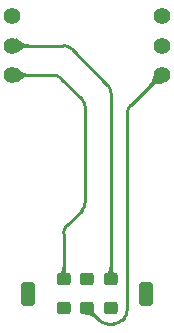
<source format=gbr>
G04 #@! TF.GenerationSoftware,KiCad,Pcbnew,(6.0.6-0)*
G04 #@! TF.CreationDate,2022-11-05T02:26:20-04:00*
G04 #@! TF.ProjectId,Twins Switch PCB,5477696e-7320-4537-9769-746368205043,1*
G04 #@! TF.SameCoordinates,Original*
G04 #@! TF.FileFunction,Copper,L1,Top*
G04 #@! TF.FilePolarity,Positive*
%FSLAX46Y46*%
G04 Gerber Fmt 4.6, Leading zero omitted, Abs format (unit mm)*
G04 Created by KiCad (PCBNEW (6.0.6-0)) date 2022-11-05 02:26:20*
%MOMM*%
%LPD*%
G01*
G04 APERTURE LIST*
G04 Aperture macros list*
%AMRoundRect*
0 Rectangle with rounded corners*
0 $1 Rounding radius*
0 $2 $3 $4 $5 $6 $7 $8 $9 X,Y pos of 4 corners*
0 Add a 4 corners polygon primitive as box body*
4,1,4,$2,$3,$4,$5,$6,$7,$8,$9,$2,$3,0*
0 Add four circle primitives for the rounded corners*
1,1,$1+$1,$2,$3*
1,1,$1+$1,$4,$5*
1,1,$1+$1,$6,$7*
1,1,$1+$1,$8,$9*
0 Add four rect primitives between the rounded corners*
20,1,$1+$1,$2,$3,$4,$5,0*
20,1,$1+$1,$4,$5,$6,$7,0*
20,1,$1+$1,$6,$7,$8,$9,0*
20,1,$1+$1,$8,$9,$2,$3,0*%
G04 Aperture macros list end*
G04 #@! TA.AperFunction,ComponentPad*
%ADD10C,1.400000*%
G04 #@! TD*
G04 #@! TA.AperFunction,ComponentPad*
%ADD11RoundRect,0.262500X0.337500X0.262500X-0.337500X0.262500X-0.337500X-0.262500X0.337500X-0.262500X0*%
G04 #@! TD*
G04 #@! TA.AperFunction,ComponentPad*
%ADD12RoundRect,0.312500X-0.312500X-0.687500X0.312500X-0.687500X0.312500X0.687500X-0.312500X0.687500X0*%
G04 #@! TD*
G04 #@! TA.AperFunction,Conductor*
%ADD13C,0.250000*%
G04 #@! TD*
G04 APERTURE END LIST*
D10*
X133990000Y-97630000D03*
X146670000Y-92630000D03*
X133990000Y-95130000D03*
X146670000Y-95130000D03*
X146670000Y-97630000D03*
X133990000Y-92630000D03*
D11*
X142320000Y-114890000D03*
X140320000Y-114890000D03*
X138320000Y-114890000D03*
X142320000Y-117390000D03*
X140320000Y-117390000D03*
X138320000Y-117390000D03*
D12*
X145320000Y-116140000D03*
X135320000Y-116140000D03*
D13*
X137415786Y-97630000D02*
X134125569Y-97630000D01*
X139857107Y-99657107D02*
X138122893Y-97922893D01*
X138320000Y-114890000D02*
X138320000Y-111054214D01*
X140150000Y-108395786D02*
X140150000Y-100364214D01*
X138612893Y-110347107D02*
X139857107Y-109102893D01*
X139857114Y-109102900D02*
G75*
G03*
X140150000Y-108395786I-707114J707100D01*
G01*
X138612886Y-110347100D02*
G75*
G03*
X138320000Y-111054214I707114J-707100D01*
G01*
X140149990Y-100364214D02*
G75*
G03*
X139857107Y-99657107I-999990J14D01*
G01*
X137415786Y-97630010D02*
G75*
G02*
X138122893Y-97922893I14J-999990D01*
G01*
X138305786Y-95130000D02*
X134125385Y-95130000D01*
X142320000Y-114890000D02*
X142320000Y-99144214D01*
X142027107Y-98437107D02*
X139012893Y-95422893D01*
X138305786Y-95130010D02*
G75*
G02*
X139012893Y-95422893I14J-999990D01*
G01*
X142319990Y-99144214D02*
G75*
G03*
X142027107Y-98437107I-999990J14D01*
G01*
X143710000Y-117535786D02*
X143710000Y-100894214D01*
X146535000Y-97655000D02*
X146535000Y-97630000D01*
X144002893Y-100187107D02*
X146535000Y-97655000D01*
X142014214Y-118670000D02*
X142575786Y-118670000D01*
X140320000Y-117390000D02*
X141307107Y-118377107D01*
X143282893Y-118377107D02*
X143417107Y-118242893D01*
X142014214Y-118669990D02*
G75*
G02*
X141307107Y-118377107I-14J999990D01*
G01*
X144002886Y-100187100D02*
G75*
G03*
X143710000Y-100894214I707114J-707100D01*
G01*
X142575786Y-118669990D02*
G75*
G03*
X143282893Y-118377107I14J999990D01*
G01*
X143709990Y-117535786D02*
G75*
G02*
X143417107Y-118242893I-999990J-14D01*
G01*
G04 #@! TA.AperFunction,Conductor*
G36*
X134302632Y-97004047D02*
G01*
X134425448Y-97070230D01*
X134426274Y-97070720D01*
X134534899Y-97141317D01*
X134535486Y-97141724D01*
X134629323Y-97211208D01*
X134629554Y-97211384D01*
X134714818Y-97277857D01*
X134714876Y-97277901D01*
X134722128Y-97283282D01*
X134797769Y-97339409D01*
X134797951Y-97339524D01*
X134797959Y-97339529D01*
X134873017Y-97386762D01*
X134884496Y-97393986D01*
X134981334Y-97439722D01*
X134981729Y-97439844D01*
X134981734Y-97439846D01*
X135094109Y-97474580D01*
X135094589Y-97474728D01*
X135094978Y-97474792D01*
X135094982Y-97474793D01*
X135230242Y-97497064D01*
X135230245Y-97497064D01*
X135230565Y-97497117D01*
X135230889Y-97497132D01*
X135230894Y-97497133D01*
X135384427Y-97504468D01*
X135392528Y-97508286D01*
X135395569Y-97516155D01*
X135395569Y-97743845D01*
X135392142Y-97752118D01*
X135384427Y-97755532D01*
X135230894Y-97762866D01*
X135230889Y-97762867D01*
X135230565Y-97762882D01*
X135230245Y-97762935D01*
X135230242Y-97762935D01*
X135094982Y-97785206D01*
X135094978Y-97785207D01*
X135094589Y-97785271D01*
X135094204Y-97785390D01*
X134981734Y-97820153D01*
X134981729Y-97820155D01*
X134981334Y-97820277D01*
X134884496Y-97866013D01*
X134884190Y-97866205D01*
X134884191Y-97866205D01*
X134797959Y-97920470D01*
X134797951Y-97920475D01*
X134797769Y-97920590D01*
X134797592Y-97920721D01*
X134797591Y-97920722D01*
X134714876Y-97982098D01*
X134714818Y-97982142D01*
X134629554Y-98048615D01*
X134629323Y-98048791D01*
X134535486Y-98118275D01*
X134534899Y-98118682D01*
X134426274Y-98189279D01*
X134425448Y-98189769D01*
X134302632Y-98255953D01*
X134293724Y-98256861D01*
X134288972Y-98254086D01*
X134222091Y-98189769D01*
X134005185Y-97981181D01*
X134001595Y-97972749D01*
X134001544Y-97287302D01*
X134005134Y-97278868D01*
X134221855Y-97070457D01*
X134288972Y-97005914D01*
X134297311Y-97002649D01*
X134302632Y-97004047D01*
G37*
G04 #@! TD.AperFunction*
G04 #@! TA.AperFunction,Conductor*
G36*
X138442064Y-113848427D02*
G01*
X138445480Y-113856198D01*
X138450195Y-113966266D01*
X138465016Y-114066904D01*
X138488316Y-114151344D01*
X138518948Y-114224018D01*
X138555766Y-114289358D01*
X138597623Y-114351795D01*
X138643371Y-114415763D01*
X138691707Y-114485463D01*
X138691999Y-114485905D01*
X138741740Y-114565665D01*
X138742145Y-114566367D01*
X138788523Y-114653671D01*
X138789377Y-114662585D01*
X138786624Y-114667268D01*
X138328433Y-115143731D01*
X138320229Y-115147319D01*
X138311567Y-115143731D01*
X137853377Y-114667269D01*
X137850112Y-114658931D01*
X137851477Y-114653671D01*
X137897855Y-114566367D01*
X137898260Y-114565665D01*
X137923867Y-114524603D01*
X137948000Y-114485905D01*
X137948292Y-114485463D01*
X137996628Y-114415763D01*
X138042376Y-114351795D01*
X138084233Y-114289358D01*
X138121051Y-114224018D01*
X138151683Y-114151344D01*
X138174983Y-114066904D01*
X138189804Y-113966266D01*
X138194520Y-113856199D01*
X138198298Y-113848080D01*
X138206209Y-113845000D01*
X138433791Y-113845000D01*
X138442064Y-113848427D01*
G37*
G04 #@! TD.AperFunction*
G04 #@! TA.AperFunction,Conductor*
G36*
X134302632Y-94504047D02*
G01*
X134425429Y-94570222D01*
X134426255Y-94570712D01*
X134534872Y-94641311D01*
X134535459Y-94641719D01*
X134629224Y-94711159D01*
X134629450Y-94711329D01*
X134714779Y-94777866D01*
X134797683Y-94839397D01*
X134884394Y-94893977D01*
X134884709Y-94894126D01*
X134884713Y-94894128D01*
X134931431Y-94916198D01*
X134981214Y-94939716D01*
X135094450Y-94974725D01*
X135094851Y-94974791D01*
X135094855Y-94974792D01*
X135230070Y-94997061D01*
X135230073Y-94997061D01*
X135230405Y-94997116D01*
X135230735Y-94997132D01*
X135230737Y-94997132D01*
X135384244Y-95004468D01*
X135392344Y-95008286D01*
X135395385Y-95016155D01*
X135395385Y-95243845D01*
X135391958Y-95252118D01*
X135384243Y-95255532D01*
X135230737Y-95262867D01*
X135230735Y-95262867D01*
X135230405Y-95262883D01*
X135230073Y-95262938D01*
X135230070Y-95262938D01*
X135094855Y-95285207D01*
X135094851Y-95285208D01*
X135094450Y-95285274D01*
X134981214Y-95320283D01*
X134931431Y-95343801D01*
X134884713Y-95365871D01*
X134884709Y-95365873D01*
X134884394Y-95366022D01*
X134797683Y-95420602D01*
X134714779Y-95482133D01*
X134714746Y-95482159D01*
X134714743Y-95482161D01*
X134629456Y-95548665D01*
X134629224Y-95548840D01*
X134535459Y-95618280D01*
X134534872Y-95618688D01*
X134426255Y-95689287D01*
X134425432Y-95689776D01*
X134302631Y-95755953D01*
X134293724Y-95756861D01*
X134288972Y-95754086D01*
X134221590Y-95689287D01*
X134203849Y-95672226D01*
X134005001Y-95481003D01*
X134001411Y-95472571D01*
X134001384Y-95114405D01*
X134001360Y-94787476D01*
X134004948Y-94779047D01*
X134288972Y-94505914D01*
X134297311Y-94502649D01*
X134302632Y-94504047D01*
G37*
G04 #@! TD.AperFunction*
G04 #@! TA.AperFunction,Conductor*
G36*
X142442064Y-113848427D02*
G01*
X142445480Y-113856198D01*
X142450195Y-113966266D01*
X142465016Y-114066904D01*
X142488316Y-114151344D01*
X142518948Y-114224018D01*
X142555766Y-114289358D01*
X142597623Y-114351795D01*
X142643371Y-114415763D01*
X142691707Y-114485463D01*
X142691999Y-114485905D01*
X142741740Y-114565665D01*
X142742145Y-114566367D01*
X142788523Y-114653671D01*
X142789377Y-114662585D01*
X142786624Y-114667268D01*
X142328433Y-115143731D01*
X142320229Y-115147319D01*
X142311567Y-115143731D01*
X141853377Y-114667269D01*
X141850112Y-114658931D01*
X141851477Y-114653671D01*
X141897855Y-114566367D01*
X141898260Y-114565665D01*
X141923867Y-114524603D01*
X141948000Y-114485905D01*
X141948292Y-114485463D01*
X141996628Y-114415763D01*
X142042376Y-114351795D01*
X142084233Y-114289358D01*
X142121051Y-114224018D01*
X142151683Y-114151344D01*
X142174983Y-114066904D01*
X142189804Y-113966266D01*
X142194520Y-113856199D01*
X142198298Y-113848080D01*
X142206209Y-113845000D01*
X142433791Y-113845000D01*
X142442064Y-113848427D01*
G37*
G04 #@! TD.AperFunction*
G04 #@! TA.AperFunction,Conductor*
G36*
X146119079Y-97336333D02*
G01*
X146648359Y-97384431D01*
X146656288Y-97388593D01*
X146659000Y-97396083D01*
X146659000Y-98330840D01*
X146655573Y-98339113D01*
X146648556Y-98342472D01*
X146557904Y-98352264D01*
X146557316Y-98352313D01*
X146442736Y-98358867D01*
X146442598Y-98358874D01*
X146383453Y-98361558D01*
X146336421Y-98363692D01*
X146336340Y-98363699D01*
X146336320Y-98363700D01*
X146279880Y-98368424D01*
X146235810Y-98372113D01*
X146235538Y-98372161D01*
X146235532Y-98372162D01*
X146138201Y-98389416D01*
X146138196Y-98389417D01*
X146137808Y-98389486D01*
X146039382Y-98421164D01*
X145937498Y-98472500D01*
X145829122Y-98548846D01*
X145719473Y-98648087D01*
X145711041Y-98651098D01*
X145703350Y-98647685D01*
X145542348Y-98486683D01*
X145538921Y-98478410D01*
X145541979Y-98470523D01*
X145587152Y-98421026D01*
X145649987Y-98352177D01*
X145734480Y-98236553D01*
X145794133Y-98128758D01*
X145835159Y-98025645D01*
X145844486Y-97992533D01*
X145863722Y-97924241D01*
X145863726Y-97924223D01*
X145863771Y-97924065D01*
X145886180Y-97820870D01*
X145908559Y-97713103D01*
X145908656Y-97712679D01*
X145937138Y-97597448D01*
X145937364Y-97596653D01*
X145978158Y-97470590D01*
X145978515Y-97469633D01*
X146034708Y-97336834D01*
X146041088Y-97330550D01*
X146046542Y-97329741D01*
X146119079Y-97336333D01*
G37*
G04 #@! TD.AperFunction*
G04 #@! TA.AperFunction,Conductor*
G36*
X140401663Y-117209610D02*
G01*
X140807448Y-117217542D01*
X140815651Y-117221130D01*
X140818405Y-117225815D01*
X140847344Y-117320343D01*
X140847547Y-117321097D01*
X140867934Y-117409046D01*
X140868773Y-117412664D01*
X140868888Y-117413222D01*
X140883993Y-117496677D01*
X140896876Y-117574257D01*
X140911429Y-117648004D01*
X140931597Y-117720241D01*
X140961325Y-117793289D01*
X141004557Y-117869473D01*
X141004775Y-117869766D01*
X141004778Y-117869771D01*
X141033020Y-117907768D01*
X141065239Y-117951115D01*
X141065444Y-117951338D01*
X141065447Y-117951342D01*
X141067893Y-117954007D01*
X141139735Y-118032280D01*
X141142804Y-118040691D01*
X141139388Y-118048463D01*
X140978463Y-118209388D01*
X140970190Y-118212815D01*
X140962280Y-118209735D01*
X140881115Y-118135239D01*
X140837768Y-118103020D01*
X140799771Y-118074778D01*
X140799766Y-118074775D01*
X140799473Y-118074557D01*
X140739523Y-118040537D01*
X140723619Y-118031512D01*
X140723616Y-118031510D01*
X140723289Y-118031325D01*
X140692412Y-118018759D01*
X140650549Y-118001722D01*
X140650544Y-118001720D01*
X140650241Y-118001597D01*
X140578004Y-117981429D01*
X140504257Y-117966876D01*
X140504197Y-117966866D01*
X140504175Y-117966862D01*
X140465467Y-117960435D01*
X140426709Y-117953998D01*
X140426644Y-117953987D01*
X140343224Y-117938888D01*
X140342664Y-117938773D01*
X140339046Y-117937934D01*
X140251097Y-117917547D01*
X140250343Y-117917344D01*
X140155815Y-117888405D01*
X140148907Y-117882707D01*
X140147542Y-117877447D01*
X140145904Y-117793619D01*
X140134804Y-117225815D01*
X140134623Y-117216550D01*
X140137888Y-117208211D01*
X140146550Y-117204623D01*
X140401663Y-117209610D01*
G37*
G04 #@! TD.AperFunction*
M02*

</source>
